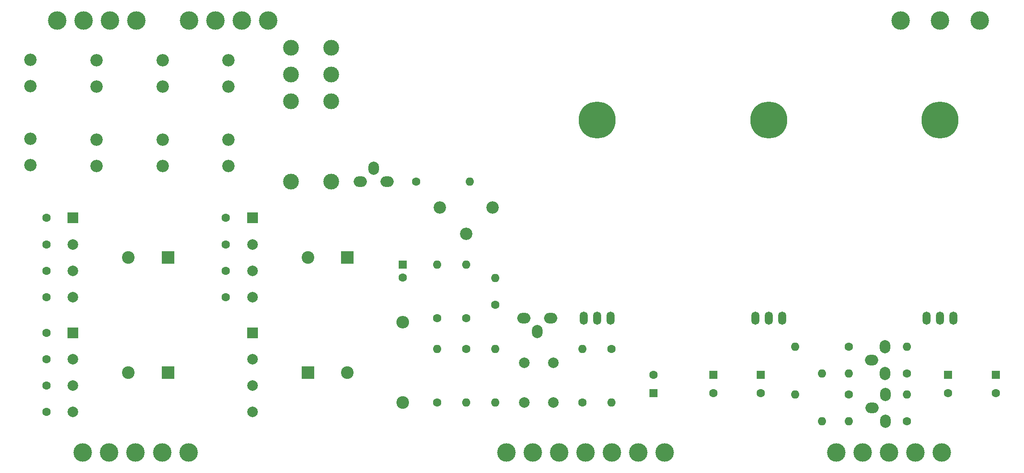
<source format=gbs>
G04 #@! TF.GenerationSoftware,KiCad,Pcbnew,(5.1.7)-1*
G04 #@! TF.CreationDate,2022-11-12T18:17:31+01:00*
G04 #@! TF.ProjectId,Netzteil-Modul,4e65747a-7465-4696-9c2d-4d6f64756c2e,rev?*
G04 #@! TF.SameCoordinates,Original*
G04 #@! TF.FileFunction,Soldermask,Bot*
G04 #@! TF.FilePolarity,Negative*
%FSLAX46Y46*%
G04 Gerber Fmt 4.6, Leading zero omitted, Abs format (unit mm)*
G04 Created by KiCad (PCBNEW (5.1.7)-1) date 2022-11-12 18:17:31*
%MOMM*%
%LPD*%
G01*
G04 APERTURE LIST*
%ADD10O,1.600000X1.600000*%
%ADD11C,7.000000*%
%ADD12C,1.600000*%
%ADD13R,2.400000X2.400000*%
%ADD14C,2.400000*%
%ADD15C,3.500000*%
%ADD16C,3.000000*%
%ADD17C,2.350000*%
%ADD18R,1.600000X1.600000*%
%ADD19C,2.000000*%
%ADD20O,2.400000X2.400000*%
%ADD21O,2.000000X2.500000*%
%ADD22O,2.500000X2.000000*%
%ADD23C,2.340000*%
%ADD24O,1.500000X2.500000*%
%ADD25R,2.000000X2.000000*%
G04 APERTURE END LIST*
D10*
X212500000Y-122040000D03*
X207420000Y-122040000D03*
X212500000Y-131040000D03*
X207420000Y-131040000D03*
D11*
X164800000Y-73875000D03*
X229800000Y-73875000D03*
X197300000Y-73875000D03*
D12*
X94500000Y-102500000D03*
X94500000Y-107500000D03*
X94500000Y-97500000D03*
X94500000Y-92500000D03*
X60500000Y-107500000D03*
X60500000Y-102500000D03*
X60500000Y-97500000D03*
X60500000Y-92500000D03*
X60500000Y-119300000D03*
X60500000Y-114300000D03*
X60500000Y-129300000D03*
X60500000Y-124300000D03*
X134500000Y-111500000D03*
D10*
X134500000Y-101340000D03*
D12*
X162000000Y-127500000D03*
D10*
X162000000Y-117340000D03*
D13*
X83500000Y-121800000D03*
D14*
X76000000Y-121800000D03*
D15*
X147600000Y-137000000D03*
X152600000Y-137000000D03*
X157600000Y-137000000D03*
X162600000Y-137000000D03*
X167600000Y-137000000D03*
X172600000Y-137000000D03*
X177600000Y-137000000D03*
X67400000Y-137000000D03*
X72400000Y-137000000D03*
X77400000Y-137000000D03*
X82400000Y-137000000D03*
X87400000Y-137000000D03*
X210100000Y-137000000D03*
X215100000Y-137000000D03*
X220100000Y-137000000D03*
X225100000Y-137000000D03*
X230100000Y-137000000D03*
D16*
X106800000Y-85600000D03*
X114420000Y-85600000D03*
X114420000Y-70360000D03*
X114420000Y-65280000D03*
X114420000Y-60200000D03*
X106800000Y-70360000D03*
X106800000Y-65280000D03*
X106800000Y-60200000D03*
D17*
X95000000Y-77600000D03*
X95000000Y-82600000D03*
X95000000Y-67600000D03*
X95000000Y-62600000D03*
X57500000Y-77500000D03*
X57500000Y-82500000D03*
X57500000Y-67500000D03*
X57500000Y-62500000D03*
D18*
X195800000Y-122250000D03*
D12*
X195800000Y-125750000D03*
D18*
X186800000Y-122250000D03*
D12*
X186800000Y-125750000D03*
D18*
X240300000Y-122250000D03*
D12*
X240300000Y-125750000D03*
D18*
X231300000Y-122250000D03*
D12*
X231300000Y-125750000D03*
D18*
X175500000Y-125750000D03*
D12*
X175500000Y-122250000D03*
D18*
X128000000Y-101340000D03*
D12*
X128000000Y-103840000D03*
X145500000Y-108960000D03*
D10*
X145500000Y-103880000D03*
D19*
X151000000Y-120000000D03*
X151000000Y-127500000D03*
X156500000Y-120000000D03*
X156500000Y-127500000D03*
D14*
X128000000Y-127500000D03*
D20*
X128000000Y-112260000D03*
D10*
X145500000Y-127500000D03*
X145500000Y-117340000D03*
D21*
X122520000Y-83060000D03*
D22*
X119980000Y-85600000D03*
X125060000Y-85600000D03*
D12*
X140000000Y-117340000D03*
D10*
X140000000Y-127500000D03*
D12*
X167500000Y-117340000D03*
D10*
X167500000Y-127500000D03*
D12*
X140000000Y-111500000D03*
D10*
X140000000Y-101340000D03*
D12*
X134500000Y-127500000D03*
D10*
X134500000Y-117340000D03*
D12*
X130560000Y-85600000D03*
D10*
X140720000Y-85600000D03*
D12*
X223500000Y-131040000D03*
D10*
X223500000Y-125960000D03*
X223500000Y-116960000D03*
D12*
X223500000Y-122040000D03*
D22*
X216850000Y-128500000D03*
D21*
X219390000Y-131040000D03*
X219390000Y-125960000D03*
D22*
X216840000Y-119500000D03*
D21*
X219380000Y-122040000D03*
X219380000Y-116960000D03*
D12*
X212500000Y-125960000D03*
D10*
X202340000Y-125960000D03*
D12*
X212500000Y-116960000D03*
D10*
X202340000Y-116960000D03*
D23*
X135000000Y-90500000D03*
X140000000Y-95500000D03*
X145000000Y-90500000D03*
D21*
X153460000Y-114040000D03*
D22*
X156000000Y-111500000D03*
X150920000Y-111500000D03*
D24*
X227260000Y-111500000D03*
X229800000Y-111500000D03*
X232340000Y-111500000D03*
X194760000Y-111500000D03*
X197300000Y-111500000D03*
X199840000Y-111500000D03*
X162260000Y-111500000D03*
X164800000Y-111500000D03*
X167340000Y-111500000D03*
D13*
X117500000Y-100000000D03*
D14*
X110000000Y-100000000D03*
D13*
X110000000Y-121800000D03*
D14*
X117500000Y-121800000D03*
D13*
X83500000Y-100000000D03*
D14*
X76000000Y-100000000D03*
D25*
X65500000Y-92500000D03*
D19*
X65500000Y-97500000D03*
X65500000Y-102500000D03*
X65500000Y-107500000D03*
X99500000Y-107500000D03*
X99500000Y-102500000D03*
X99500000Y-97500000D03*
D25*
X99500000Y-92500000D03*
X99500000Y-114300000D03*
D19*
X99500000Y-119300000D03*
X99500000Y-124300000D03*
X99500000Y-129300000D03*
D25*
X65500000Y-114300000D03*
D19*
X65500000Y-119300000D03*
X65500000Y-124300000D03*
X65500000Y-129300000D03*
D17*
X82500000Y-77600000D03*
X82500000Y-82600000D03*
X82500000Y-67600000D03*
X82500000Y-62600000D03*
X70000000Y-77600000D03*
X70000000Y-82600000D03*
X70000000Y-67600000D03*
X70000000Y-62600000D03*
D15*
X237300000Y-55000000D03*
X229800000Y-55000000D03*
X222300000Y-55000000D03*
X102500000Y-55000000D03*
X97500000Y-55000000D03*
X92500000Y-55000000D03*
X87500000Y-55000000D03*
X77500000Y-55000000D03*
X72500000Y-55000000D03*
X67500000Y-55000000D03*
X62500000Y-55000000D03*
M02*

</source>
